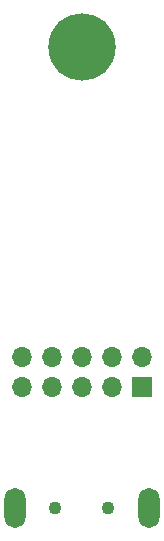
<source format=gbr>
%TF.GenerationSoftware,KiCad,Pcbnew,6.0.11+dfsg-1*%
%TF.CreationDate,2025-01-09T09:17:59-08:00*%
%TF.ProjectId,eUSB,65555342-2e6b-4696-9361-645f70636258,rev?*%
%TF.SameCoordinates,Original*%
%TF.FileFunction,Soldermask,Bot*%
%TF.FilePolarity,Negative*%
%FSLAX46Y46*%
G04 Gerber Fmt 4.6, Leading zero omitted, Abs format (unit mm)*
G04 Created by KiCad (PCBNEW 6.0.11+dfsg-1) date 2025-01-09 09:17:59*
%MOMM*%
%LPD*%
G01*
G04 APERTURE LIST*
%ADD10C,5.700000*%
%ADD11O,1.700000X1.700000*%
%ADD12R,1.700000X1.700000*%
%ADD13C,1.100000*%
%ADD14O,1.804000X3.404000*%
G04 APERTURE END LIST*
D10*
%TO.C,H1*%
X160020000Y-60130000D03*
%TD*%
D11*
%TO.C,J1*%
X154945000Y-88905000D03*
X154945000Y-86365000D03*
X157485000Y-88905000D03*
X157485000Y-86365000D03*
X160025000Y-88905000D03*
X160025000Y-86365000D03*
X162565000Y-88905000D03*
X162565000Y-86365000D03*
D12*
X165105000Y-88905000D03*
D11*
X165105000Y-86365000D03*
%TD*%
D13*
%TO.C,J2*%
X162270000Y-99187000D03*
X157770000Y-99187000D03*
D14*
X154320000Y-99187000D03*
X165720000Y-99187000D03*
%TD*%
M02*

</source>
